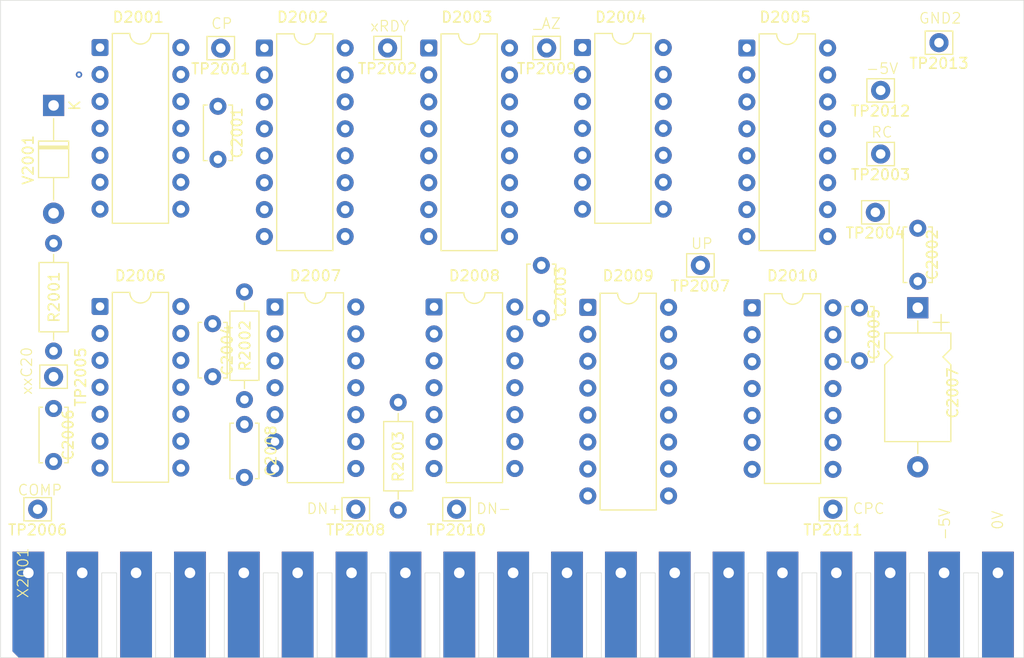
<source format=kicad_pcb>
(kicad_pcb (version 20241229) (generator "pcbnew") (generator_version "9.0")
  (title_block (title "Philips PM2528 - N20 (ADC Control)") (date "2025-08-07") (rev "1.0") (company "D. Kupers"))
  (layers (0 "F.Cu" signal) (2 "B.Cu" signal) (5 "F.SilkS" user "F.Silkscreen") (7 "B.SilkS" user "B.Silkscreen") (1 "F.Mask" user) (3 "B.Mask" user) (25 "Edge.Cuts" user))
  (net 0 "")
  (net 1 "/COMP")
  (net 2 "/POL")
  (net 3 "/C20000")
  (net 4 "/CP")
  (net 5 "/AZ")
  (net 6 "/SAZ")
  (net 7 "/HSM")
  (net 8 "-5V")
  (net 9 "/SRUP")
  (net 10 "/RC")
  (net 12 "/XC20")
  (net 13 "/DN-")
  (net 14 "/DN+")
  (net 16 "/UP")
  (net 18 "GND2")
  (net 19 "/CPC")
  (net 21 "/xERD")
  (net 22 "Net-(D2001B-R)")
  (net 23 "Net-(D2001B-D)")
  (net 24 "Net-(D2001A-~{Q})")
  (net 25 "/xEC20")
  (net 27 "Net-(D2002B-Q4)")
  (net 30 "/xxC20")
  (net 31 "/xAZ")
  (net 33 "/xECP")
  (net 34 "Net-(D2002B-Q1)")
  (net 36 "/x~{RD}")
  (net 37 "/xSTD")
  (net 38 "Net-(D2003A-C)")
  (net 39 "Net-(D2003A-J)")
  (net 40 "/x~{CP}")
  (net 41 "/xRDY")
  (net 43 "Net-(D2003B-J)")
  (net 44 "/xSCP")
  (net 45 "Net-(D2005B-J)")
  (net 46 "Net-(D2005B-R)")
  (net 47 "Net-(D2004-Pad3)")
  (net 53 "Net-(D2007-Pad3)")
  (net 55 "/~{UP}")
  (net 57 "/xENC20")
  (net 59 "Net-(D2009A-J)")
  (net 60 "Net-(D2009A-K)")
  (net 61 "Net-(D2009B-J)")
  (net 62 "Net-(D2009A-~{Q})")
  (footprint "Connector_Pin:Pin_D0.9mm_L10.0mm_W2.4mm_FlatFork" (layer "F.Cu") (at 138.45 75.72)
    (property "Reference" "TP2002" (at 0 1.95 0) (layer "F.SilkS"))
    (property "Value" "TestPoint")
    (pad "1" thru_hole circle (at 0 0) (size 1.8 1.8) (drill 0.9) (layers "*.Cu" "*.Mask") (net 41 "/xRDY"))
  )
  (footprint "Connector_Pin:Pin_D0.9mm_L10.0mm_W2.4mm_FlatFork" (layer "F.Cu") (at 184.95 79.72)
    (property "Reference" "TP2012" (at 0 1.95 0) (layer "F.SilkS"))
    (property "Value" "TestPoint")
    (pad "1" thru_hole circle (at 0 0) (size 1.8 1.8) (drill 0.9) (layers "*.Cu" "*.Mask") (net 8 "-5V"))
  )
  (footprint "Connector_Pin:Pin_D0.9mm_L10.0mm_W2.4mm_FlatFork" (layer "F.Cu") (at 180.45 119.22)
    (property "Reference" "TP2011" (at 0 1.95 0) (layer "F.SilkS"))
    (property "Value" "TestPoint")
    (pad "1" thru_hole circle (at 0 0) (size 1.8 1.8) (drill 0.9) (layers "*.Cu" "*.Mask") (net 19 "/CPC"))
  )
  (footprint "Package_DIP:DIP-14_W7.62mm" (layer "F.Cu") (at 156.83 75.68)
    (property "Reference" "D2004" (at 3.604 -2.866 0) (layer "F.SilkS"))
    (property "Value" "HEF4071")
    (pad "1" thru_hole roundrect (at 0 0) (size 1.6 1.6) (drill 0.8) (layers "*.Cu" "*.Mask") (roundrect_rratio 0.15625) (net 27 "Net-(D2002B-Q4)"))
    (pad "2" thru_hole circle (at 0 2.54) (size 1.6 1.6) (drill 0.8) (layers "*.Cu" "*.Mask") (net 7 "/HSM"))
    (pad "3" thru_hole circle (at 0 5.08) (size 1.6 1.6) (drill 0.8) (layers "*.Cu" "*.Mask") (net 47 "Net-(D2004-Pad3)"))
    (pad "4" thru_hole circle (at 0 7.62) (size 1.6 1.6) (drill 0.8) (layers "*.Cu" "*.Mask") (net 45 "Net-(D2005B-J)"))
    (pad "5" thru_hole circle (at 0 10.16) (size 1.6 1.6) (drill 0.8) (layers "*.Cu" "*.Mask") (net 37 "/xSTD"))
    (pad "6" thru_hole circle (at 0 12.7) (size 1.6 1.6) (drill 0.8) (layers "*.Cu" "*.Mask") (net 9 "/SRUP"))
    (pad "7" thru_hole circle (at 0 15.24) (size 1.6 1.6) (drill 0.8) (layers "*.Cu" "*.Mask") (net 8 "-5V"))
    (pad "8" thru_hole circle (at 7.62 15.24) (size 1.6 1.6) (drill 0.8) (layers "*.Cu" "*.Mask") (net 33 "/xECP"))
    (pad "9" thru_hole circle (at 7.62 12.7) (size 1.6 1.6) (drill 0.8) (layers "*.Cu" "*.Mask") (net 44 "/xSCP"))
    (pad "10" thru_hole circle (at 7.62 10.16) (size 1.6 1.6) (drill 0.8) (layers "*.Cu" "*.Mask") (net 46 "Net-(D2005B-R)"))
    (pad "11" thru_hole circle (at 7.62 7.62) (size 1.6 1.6) (drill 0.8) (layers "*.Cu" "*.Mask") (net 44 "/xSCP"))
    (pad "12" thru_hole circle (at 7.62 5.08) (size 1.6 1.6) (drill 0.8) (layers "*.Cu" "*.Mask") (net 6 "/SAZ"))
    (pad "13" thru_hole circle (at 7.62 2.54) (size 1.6 1.6) (drill 0.8) (layers "*.Cu" "*.Mask") (net 41 "/xRDY"))
    (pad "14" thru_hole circle (at 7.62 0) (size 1.6 1.6) (drill 0.8) (layers "*.Cu" "*.Mask") (net 18 "GND2"))
  )
  (footprint "Connector_Pin:Pin_D0.9mm_L10.0mm_W2.4mm_FlatFork" (layer "F.Cu") (at 190.45 75.22)
    (property "Reference" "TP2013" (at 0 1.95 0) (layer "F.SilkS"))
    (property "Value" "TestPoint")
    (pad "1" thru_hole circle (at 0 0) (size 1.8 1.8) (drill 0.9) (layers "*.Cu" "*.Mask") (net 18 "GND2"))
  )
  (footprint "Connector_Pin:Pin_D0.9mm_L10.0mm_W2.4mm_FlatFork" (layer "F.Cu") (at 153.45 75.72)
    (property "Reference" "TP2009" (at 0 1.95 0) (layer "F.SilkS"))
    (property "Value" "TestPoint")
    (pad "1" thru_hole circle (at 0 0) (size 1.8 1.8) (drill 0.9) (layers "*.Cu" "*.Mask") (net 31 "/xAZ"))
  )
  (footprint "Package_DIP:DIP-14_W7.62mm" (layer "F.Cu") (at 111.33 75.68)
    (property "Reference" "D2001" (at 3.604 -2.866 0) (layer "F.SilkS"))
    (property "Value" "HEF4013")
    (pad "1" thru_hole roundrect (at 0 0) (size 1.6 1.6) (drill 0.8) (layers "*.Cu" "*.Mask") (roundrect_rratio 0.15625) (net 2 "/POL"))
    (pad "2" thru_hole circle (at 0 2.54) (size 1.6 1.6) (drill 0.8) (layers "*.Cu" "*.Mask") (net 24 "Net-(D2001A-~{Q})"))
    (pad "3" thru_hole circle (at 0 5.08) (size 1.6 1.6) (drill 0.8) (layers "*.Cu" "*.Mask") (net 25 "/xEC20"))
    (pad "4" thru_hole circle (at 0 7.62) (size 1.6 1.6) (drill 0.8) (layers "*.Cu" "*.Mask") (net 8 "-5V"))
    (pad "5" thru_hole circle (at 0 10.16) (size 1.6 1.6) (drill 0.8) (layers "*.Cu" "*.Mask") (net 1 "/COMP"))
    (pad "6" thru_hole circle (at 0 12.7) (size 1.6 1.6) (drill 0.8) (layers "*.Cu" "*.Mask") (net 8 "-5V"))
    (pad "7" thru_hole circle (at 0 15.24) (size 1.6 1.6) (drill 0.8) (layers "*.Cu" "*.Mask") (net 8 "-5V"))
    (pad "8" thru_hole circle (at 7.62 15.24) (size 1.6 1.6) (drill 0.8) (layers "*.Cu" "*.Mask") (net 8 "-5V"))
    (pad "9" thru_hole circle (at 7.62 12.7) (size 1.6 1.6) (drill 0.8) (layers "*.Cu" "*.Mask") (net 23 "Net-(D2001B-D)"))
    (pad "10" thru_hole circle (at 7.62 10.16) (size 1.6 1.6) (drill 0.8) (layers "*.Cu" "*.Mask") (net 22 "Net-(D2001B-R)"))
    (pad "11" thru_hole circle (at 7.62 7.62) (size 1.6 1.6) (drill 0.8) (layers "*.Cu" "*.Mask") (net 3 "/C20000"))
    (pad "12" thru_hole circle (at 7.62 5.08) (size 1.6 1.6) (drill 0.8) (layers "*.Cu" "*.Mask"))
    (pad "13" thru_hole circle (at 7.62 2.54) (size 1.6 1.6) (drill 0.8) (layers "*.Cu" "*.Mask") (net 30 "/xxC20"))
    (pad "14" thru_hole circle (at 7.62 0) (size 1.6 1.6) (drill 0.8) (layers "*.Cu" "*.Mask") (net 18 "GND2"))
  )
  (footprint "Connector_Pin:Pin_D0.9mm_L10.0mm_W2.4mm_FlatFork" (layer "F.Cu") (at 144.95 119.22)
    (property "Reference" "TP2010" (at 0 1.95 0) (layer "F.SilkS"))
    (property "Value" "TestPoint")
    (pad "1" thru_hole circle (at 0 0) (size 1.8 1.8) (drill 0.9) (layers "*.Cu" "*.Mask") (net 13 "/DN-"))
  )
  (footprint "Connector_Pin:Pin_D0.9mm_L10.0mm_W2.4mm_FlatFork" (layer "F.Cu") (at 135.45 119.22)
    (property "Reference" "TP2008" (at 0 1.95 0) (layer "F.SilkS"))
    (property "Value" "TestPoint")
    (pad "1" thru_hole circle (at 0 0) (size 1.8 1.8) (drill 0.9) (layers "*.Cu" "*.Mask") (net 14 "/DN+"))
  )
  (footprint "Connector_Pin:Pin_D0.9mm_L10.0mm_W2.4mm_FlatFork" (layer "F.Cu") (at 184.45 91.22)
    (property "Reference" "TP2004" (at 0 1.95 0) (layer "F.SilkS"))
    (property "Value" "TestPoint")
    (pad "1" thru_hole circle (at 0 0) (size 1.8 1.8) (drill 0.9) (layers "*.Cu" "*.Mask") (net 45 "Net-(D2005B-J)"))
  )
  (footprint "Connector_Pin:Pin_D0.9mm_L10.0mm_W2.4mm_FlatFork" (layer "F.Cu") (at 122.715 75.735)
    (property "Reference" "TP2001" (at 0 1.95 0) (layer "F.SilkS"))
    (property "Value" "TestPoint")
    (pad "1" thru_hole circle (at 0 0) (size 1.8 1.8) (drill 0.9) (layers "*.Cu" "*.Mask") (net 4 "/CP"))
  )
  (footprint "Capacitor_THT:C_Disc_D5.0mm_W2.5mm_P5.00mm" (layer "F.Cu") (at 182.95 100.22 -90)
    (property "Reference" "C2005" (at 2.5 -1.37 270) (layer "F.SilkS"))
    (property "Value" "22n")
    (pad "1" thru_hole circle (at 0 0 270) (size 1.6 1.6) (drill 0.8) (layers "*.Cu" "*.Mask") (net 18 "GND2"))
    (pad "2" thru_hole circle (at 5 0 270) (size 1.6 1.6) (drill 0.8) (layers "*.Cu" "*.Mask") (net 8 "-5V"))
  )
  (footprint "Capacitor_THT:C_Disc_D5.0mm_W2.5mm_P5.00mm" (layer "F.Cu") (at 121.95 101.72 -90)
    (property "Reference" "C2004" (at 2.5 -1.37 270) (layer "F.SilkS"))
    (property "Value" "22n")
    (pad "1" thru_hole circle (at 0 0 270) (size 1.6 1.6) (drill 0.8) (layers "*.Cu" "*.Mask") (net 18 "GND2"))
    (pad "2" thru_hole circle (at 5 0 270) (size 1.6 1.6) (drill 0.8) (layers "*.Cu" "*.Mask") (net 8 "-5V"))
  )
  (footprint "Package_DIP:DIP-14_W7.62mm" (layer "F.Cu") (at 172.83 100.22)
    (property "Reference" "D2010" (at 3.81 -3.022 0) (layer "F.SilkS"))
    (property "Value" "HEF4081")
    (pad "1" thru_hole roundrect (at 0 0) (size 1.6 1.6) (drill 0.8) (layers "*.Cu" "*.Mask") (roundrect_rratio 0.15625) (net 9 "/SRUP"))
    (pad "2" thru_hole circle (at 0 2.54) (size 1.6 1.6) (drill 0.8) (layers "*.Cu" "*.Mask") (net 62 "Net-(D2009A-~{Q})"))
    (pad "3" thru_hole circle (at 0 5.08) (size 1.6 1.6) (drill 0.8) (layers "*.Cu" "*.Mask") (net 61 "Net-(D2009B-J)"))
    (pad "4" thru_hole circle (at 0 7.62) (size 1.6 1.6) (drill 0.8) (layers "*.Cu" "*.Mask") (net 59 "Net-(D2009A-J)"))
    (pad "5" thru_hole circle (at 0 10.16) (size 1.6 1.6) (drill 0.8) (layers "*.Cu" "*.Mask") (net 41 "/xRDY"))
    (pad "6" thru_hole circle (at 0 12.7) (size 1.6 1.6) (drill 0.8) (layers "*.Cu" "*.Mask") (net 36 "/x~{RD}"))
    (pad "7" thru_hole circle (at 0 15.24) (size 1.6 1.6) (drill 0.8) (layers "*.Cu" "*.Mask") (net 8 "-5V"))
    (pad "8" thru_hole circle (at 7.62 15.24) (size 1.6 1.6) (drill 0.8) (layers "*.Cu" "*.Mask") (net 4 "/CP"))
    (pad "9" thru_hole circle (at 7.62 12.7) (size 1.6 1.6) (drill 0.8) (layers "*.Cu" "*.Mask") (net 33 "/xECP"))
    (pad "10" thru_hole circle (at 7.62 10.16) (size 1.6 1.6) (drill 0.8) (layers "*.Cu" "*.Mask") (net 19 "/CPC"))
    (pad "11" thru_hole circle (at 7.62 7.62) (size 1.6 1.6) (drill 0.8) (layers "*.Cu" "*.Mask") (net 60 "Net-(D2009A-K)"))
    (pad "12" thru_hole circle (at 7.62 5.08) (size 1.6 1.6) (drill 0.8) (layers "*.Cu" "*.Mask") (net 9 "/SRUP"))
    (pad "13" thru_hole circle (at 7.62 2.54) (size 1.6 1.6) (drill 0.8) (layers "*.Cu" "*.Mask") (net 10 "/RC"))
    (pad "14" thru_hole circle (at 7.62 0) (size 1.6 1.6) (drill 0.8) (layers "*.Cu" "*.Mask") (net 18 "GND2"))
  )
  (footprint "Package_DIP:DIP-16_W7.62mm" (layer "F.Cu") (at 126.83 75.72)
    (property "Reference" "D2002" (at 3.604 -2.906 0) (layer "F.SilkS"))
    (property "Value" "HEF4518")
    (pad "1" thru_hole roundrect (at 0 0) (size 1.6 1.6) (drill 0.8) (layers "*.Cu" "*.Mask") (roundrect_rratio 0.15625) (net 33 "/xECP"))
    (pad "2" thru_hole circle (at 0 2.54) (size 1.6 1.6) (drill 0.8) (layers "*.Cu" "*.Mask") (net 4 "/CP"))
    (pad "3" thru_hole circle (at 0 5.08) (size 1.6 1.6) (drill 0.8) (layers "*.Cu" "*.Mask"))
    (pad "4" thru_hole circle (at 0 7.62) (size 1.6 1.6) (drill 0.8) (layers "*.Cu" "*.Mask"))
    (pad "5" thru_hole circle (at 0 10.16) (size 1.6 1.6) (drill 0.8) (layers "*.Cu" "*.Mask"))
    (pad "6" thru_hole circle (at 0 12.7) (size 1.6 1.6) (drill 0.8) (layers "*.Cu" "*.Mask") (net 37 "/xSTD"))
    (pad "7" thru_hole circle (at 0 15.24) (size 1.6 1.6) (drill 0.8) (layers "*.Cu" "*.Mask") (net 36 "/x~{RD}"))
    (pad "8" thru_hole circle (at 0 17.78) (size 1.6 1.6) (drill 0.8) (layers "*.Cu" "*.Mask") (net 8 "-5V"))
    (pad "9" thru_hole circle (at 7.62 17.78) (size 1.6 1.6) (drill 0.8) (layers "*.Cu" "*.Mask") (net 21 "/xERD"))
    (pad "10" thru_hole circle (at 7.62 15.24) (size 1.6 1.6) (drill 0.8) (layers "*.Cu" "*.Mask") (net 30 "/xxC20"))
    (pad "11" thru_hole circle (at 7.62 12.7) (size 1.6 1.6) (drill 0.8) (layers "*.Cu" "*.Mask") (net 34 "Net-(D2002B-Q1)"))
    (pad "12" thru_hole circle (at 7.62 10.16) (size 1.6 1.6) (drill 0.8) (layers "*.Cu" "*.Mask"))
    (pad "13" thru_hole circle (at 7.62 7.62) (size 1.6 1.6) (drill 0.8) (layers "*.Cu" "*.Mask"))
    (pad "14" thru_hole circle (at 7.62 5.08) (size 1.6 1.6) (drill 0.8) (layers "*.Cu" "*.Mask") (net 27 "Net-(D2002B-Q4)"))
    (pad "15" thru_hole circle (at 7.62 2.54) (size 1.6 1.6) (drill 0.8) (layers "*.Cu" "*.Mask") (net 31 "/xAZ"))
    (pad "16" thru_hole circle (at 7.62 0) (size 1.6 1.6) (drill 0.8) (layers "*.Cu" "*.Mask") (net 18 "GND2"))
  )
  (footprint "Capacitor_THT:C_Disc_D5.0mm_W2.5mm_P5.00mm" (layer "F.Cu") (at 106.95 109.72 -90)
    (property "Reference" "C2006" (at 2.5 -1.37 270) (layer "F.SilkS"))
    (property "Value" "100p")
    (pad "1" thru_hole circle (at 0 0 270) (size 1.6 1.6) (drill 0.8) (layers "*.Cu" "*.Mask") (net 22 "Net-(D2001B-R)"))
    (pad "2" thru_hole circle (at 5 0 270) (size 1.6 1.6) (drill 0.8) (layers "*.Cu" "*.Mask") (net 8 "-5V"))
  )
  (footprint "Package_DIP:DIP-16_W7.62mm" (layer "F.Cu") (at 157.33 100.18)
    (property "Reference" "D2009" (at 3.81 -2.982 0) (layer "F.SilkS"))
    (property "Value" "HEF4027")
    (pad "1" thru_hole roundrect (at 0 0) (size 1.6 1.6) (drill 0.8) (layers "*.Cu" "*.Mask") (roundrect_rratio 0.15625) (net 31 "/xAZ"))
    (pad "2" thru_hole circle (at 0 2.54) (size 1.6 1.6) (drill 0.8) (layers "*.Cu" "*.Mask") (net 62 "Net-(D2009A-~{Q})"))
    (pad "3" thru_hole circle (at 0 5.08) (size 1.6 1.6) (drill 0.8) (layers "*.Cu" "*.Mask") (net 40 "/x~{CP}"))
    (pad "4" thru_hole circle (at 0 7.62) (size 1.6 1.6) (drill 0.8) (layers "*.Cu" "*.Mask") (net 8 "-5V"))
    (pad "5" thru_hole circle (at 0 10.16) (size 1.6 1.6) (drill 0.8) (layers "*.Cu" "*.Mask") (net 60 "Net-(D2009A-K)"))
    (pad "6" thru_hole circle (at 0 12.7) (size 1.6 1.6) (drill 0.8) (layers "*.Cu" "*.Mask") (net 59 "Net-(D2009A-J)"))
    (pad "7" thru_hole circle (at 0 15.24) (size 1.6 1.6) (drill 0.8) (layers "*.Cu" "*.Mask") (net 6 "/SAZ"))
    (pad "8" thru_hole circle (at 0 17.78) (size 1.6 1.6) (drill 0.8) (layers "*.Cu" "*.Mask") (net 8 "-5V"))
    (pad "9" thru_hole circle (at 7.62 17.78) (size 1.6 1.6) (drill 0.8) (layers "*.Cu" "*.Mask") (net 8 "-5V"))
    (pad "10" thru_hole circle (at 7.62 15.24) (size 1.6 1.6) (drill 0.8) (layers "*.Cu" "*.Mask") (net 61 "Net-(D2009B-J)"))
    (pad "11" thru_hole circle (at 7.62 12.7) (size 1.6 1.6) (drill 0.8) (layers "*.Cu" "*.Mask") (net 25 "/xEC20"))
    (pad "12" thru_hole circle (at 7.62 10.16) (size 1.6 1.6) (drill 0.8) (layers "*.Cu" "*.Mask") (net 31 "/xAZ"))
    (pad "13" thru_hole circle (at 7.62 7.62) (size 1.6 1.6) (drill 0.8) (layers "*.Cu" "*.Mask") (net 4 "/CP"))
    (pad "14" thru_hole circle (at 7.62 5.08) (size 1.6 1.6) (drill 0.8) (layers "*.Cu" "*.Mask") (net 55 "/~{UP}"))
    (pad "15" thru_hole circle (at 7.62 2.54) (size 1.6 1.6) (drill 0.8) (layers "*.Cu" "*.Mask") (net 16 "/UP"))
    (pad "16" thru_hole circle (at 7.62 0) (size 1.6 1.6) (drill 0.8) (layers "*.Cu" "*.Mask") (net 18 "GND2"))
  )
  (footprint "Capacitor_THT:CP_Axial_L10.0mm_D6.0mm_P15.00mm_Horizontal" (layer "F.Cu") (at 188.45 100.22 -90)
    (property "Reference" "C2007" (at 8.03 -3.3 90) (layer "F.SilkS"))
    (property "Value" "47u")
    (pad "1" thru_hole rect (at 0 0 270) (size 2 2) (drill 1) (layers "*.Cu" "*.Mask") (net 18 "GND2"))
    (pad "2" thru_hole oval (at 15 0 270) (size 2 2) (drill 1) (layers "*.Cu" "*.Mask") (net 8 "-5V"))
  )
  (footprint "Package_DIP:DIP-14_W7.62mm" (layer "F.Cu") (at 142.83 100.14)
    (property "Reference" "D2008" (at 3.81 -2.942 0) (layer "F.SilkS"))
    (property "Value" "HEF4081")
    (pad "1" thru_hole roundrect (at 0 0) (size 1.6 1.6) (drill 0.8) (layers "*.Cu" "*.Mask") (roundrect_rratio 0.15625) (net 47 "Net-(D2004-Pad3)"))
    (pad "2" thru_hole circle (at 0 2.54) (size 1.6 1.6) (drill 0.8) (layers "*.Cu" "*.Mask") (net 34 "Net-(D2002B-Q1)"))
    (pad "3" thru_hole circle (at 0 5.08) (size 1.6 1.6) (drill 0.8) (layers "*.Cu" "*.Mask") (net 57 "/xENC20"))
    (pad "4" thru_hole circle (at 0 7.62) (size 1.6 1.6) (drill 0.8) (layers "*.Cu" "*.Mask") (net 14 "/DN+"))
    (pad "5" thru_hole circle (at 0 10.16) (size 1.6 1.6) (drill 0.8) (layers "*.Cu" "*.Mask") (net 2 "/POL"))
    (pad "6" thru_hole circle (at 0 12.7) (size 1.6 1.6) (drill 0.8) (layers "*.Cu" "*.Mask") (net 39 "Net-(D2003A-J)"))
    (pad "7" thru_hole circle (at 0 15.24) (size 1.6 1.6) (drill 0.8) (layers "*.Cu" "*.Mask") (net 8 "-5V"))
    (pad "8" thru_hole circle (at 7.62 15.24) (size 1.6 1.6) (drill 0.8) (layers "*.Cu" "*.Mask") (net 39 "Net-(D2003A-J)"))
    (pad "9" thru_hole circle (at 7.62 12.7) (size 1.6 1.6) (drill 0.8) (layers "*.Cu" "*.Mask") (net 24 "Net-(D2001A-~{Q})"))
    (pad "10" thru_hole circle (at 7.62 10.16) (size 1.6 1.6) (drill 0.8) (layers "*.Cu" "*.Mask") (net 13 "/DN-"))
    (pad "11" thru_hole circle (at 7.62 7.62) (size 1.6 1.6) (drill 0.8) (layers "*.Cu" "*.Mask") (net 43 "Net-(D2003B-J)"))
    (pad "12" thru_hole circle (at 7.62 5.08) (size 1.6 1.6) (drill 0.8) (layers "*.Cu" "*.Mask") (net 55 "/~{UP}"))
    (pad "13" thru_hole circle (at 7.62 2.54) (size 1.6 1.6) (drill 0.8) (layers "*.Cu" "*.Mask") (net 57 "/xENC20"))
    (pad "14" thru_hole circle (at 7.62 0) (size 1.6 1.6) (drill 0.8) (layers "*.Cu" "*.Mask") (net 18 "GND2"))
  )
  (footprint "Package_DIP:DIP-14_W7.62mm" (layer "F.Cu") (at 111.33 100.1)
    (property "Reference" "D2006" (at 3.81 -2.902 0) (layer "F.SilkS"))
    (property "Value" "HEF4070")
    (pad "1" thru_hole roundrect (at 0 0) (size 1.6 1.6) (drill 0.8) (layers "*.Cu" "*.Mask") (roundrect_rratio 0.15625))
    (pad "2" thru_hole circle (at 0 2.54) (size 1.6 1.6) (drill 0.8) (layers "*.Cu" "*.Mask"))
    (pad "3" thru_hole circle (at 0 5.08) (size 1.6 1.6) (drill 0.8) (layers "*.Cu" "*.Mask"))
    (pad "4" thru_hole circle (at 0 7.62) (size 1.6 1.6) (drill 0.8) (layers "*.Cu" "*.Mask") (net 38 "Net-(D2003A-C)"))
    (pad "5" thru_hole circle (at 0 10.16) (size 1.6 1.6) (drill 0.8) (layers "*.Cu" "*.Mask") (net 2 "/POL"))
    (pad "6" thru_hole circle (at 0 12.7) (size 1.6 1.6) (drill 0.8) (layers "*.Cu" "*.Mask") (net 1 "/COMP"))
    (pad "7" thru_hole circle (at 0 15.24) (size 1.6 1.6) (drill 0.8) (layers "*.Cu" "*.Mask") (net 8 "-5V"))
    (pad "8" thru_hole circle (at 7.62 15.24) (size 1.6 1.6) (drill 0.8) (layers "*.Cu" "*.Mask") (net 18 "GND2"))
    (pad "9" thru_hole circle (at 7.62 12.7) (size 1.6 1.6) (drill 0.8) (layers "*.Cu" "*.Mask") (net 4 "/CP"))
    (pad "10" thru_hole circle (at 7.62 10.16) (size 1.6 1.6) (drill 0.8) (layers "*.Cu" "*.Mask") (net 40 "/x~{CP}"))
    (pad "11" thru_hole circle (at 7.62 7.62) (size 1.6 1.6) (drill 0.8) (layers "*.Cu" "*.Mask") (net 23 "Net-(D2001B-D)"))
    (pad "12" thru_hole circle (at 7.62 5.08) (size 1.6 1.6) (drill 0.8) (layers "*.Cu" "*.Mask") (net 9 "/SRUP"))
    (pad "13" thru_hole circle (at 7.62 2.54) (size 1.6 1.6) (drill 0.8) (layers "*.Cu" "*.Mask") (net 18 "GND2"))
    (pad "14" thru_hole circle (at 7.62 0) (size 1.6 1.6) (drill 0.8) (layers "*.Cu" "*.Mask") (net 18 "GND2"))
  )
  (footprint "Resistor_THT:R_Axial_DIN0207_L6.3mm_D2.5mm_P10.16mm_Horizontal" (layer "F.Cu") (at 106.95 104.3 90)
    (property "Reference" "R2001" (at 5.08 0.05 90) (layer "F.SilkS"))
    (property "Value" "15k4")
    (pad "1" thru_hole circle (at 0 0 90) (size 1.6 1.6) (drill 0.8) (layers "*.Cu" "*.Mask") (net 30 "/xxC20"))
    (pad "2" thru_hole oval (at 10.16 0 90) (size 1.6 1.6) (drill 0.8) (layers "*.Cu" "*.Mask") (net 22 "Net-(D2001B-R)"))
  )
  (footprint "Diode_THT:D_T-1_P10.16mm_Horizontal" (layer "F.Cu") (at 106.95 81.14 -90)
    (property "Reference" "V2001" (at 5.136 2.396 90) (layer "F.SilkS"))
    (property "Value" "BAW62")
    (fp_text user "K" (at 0 -2 90) (layer "F.SilkS"))
    (pad "1" thru_hole rect (at 0 0 270) (size 2 2) (drill 1) (layers "*.Cu" "*.Mask") (net 30 "/xxC20"))
    (pad "2" thru_hole oval (at 10.16 0 270) (size 2 2) (drill 1) (layers "*.Cu" "*.Mask") (net 22 "Net-(D2001B-R)"))
  )
  (footprint "Package_DIP:DIP-14_W7.62mm" (layer "F.Cu") (at 127.83 100.14)
    (property "Reference" "D2007" (at 3.81 -2.942 0) (layer "F.SilkS"))
    (property "Value" "HEF4081")
    (pad "1" thru_hole roundrect (at 0 0) (size 1.6 1.6) (drill 0.8) (layers "*.Cu" "*.Mask") (roundrect_rratio 0.15625) (net 55 "/~{UP}"))
    (pad "2" thru_hole circle (at 0 2.54) (size 1.6 1.6) (drill 0.8) (layers "*.Cu" "*.Mask") (net 33 "/xECP"))
    (pad "3" thru_hole circle (at 0 5.08) (size 1.6 1.6) (drill 0.8) (layers "*.Cu" "*.Mask") (net 53 "Net-(D2007-Pad3)"))
    (pad "4" thru_hole circle (at 0 7.62) (size 1.6 1.6) (drill 0.8) (layers "*.Cu" "*.Mask") (net 12 "/XC20"))
    (pad "5" thru_hole circle (at 0 10.16) (size 1.6 1.6) (drill 0.8) (layers "*.Cu" "*.Mask") (net 21 "/xERD"))
    (pad "6" thru_hole circle (at 0 12.7) (size 1.6 1.6) (drill 0.8) (layers "*.Cu" "*.Mask") (net 30 "/xxC20"))
    (pad "7" thru_hole circle (at 0 15.24) (size 1.6 1.6) (drill 0.8) (layers "*.Cu" "*.Mask") (net 8 "-5V"))
    (pad "8" thru_hole circle (at 7.62 15.24) (size 1.6 1.6) (drill 0.8) (layers "*.Cu" "*.Mask") (net 30 "/xxC20"))
    (pad "9" thru_hole circle (at 7.62 12.7) (size 1.6 1.6) (drill 0.8) (layers "*.Cu" "*.Mask") (net 57 "/xENC20"))
    (pad "10" thru_hole circle (at 7.62 10.16) (size 1.6 1.6) (drill 0.8) (layers "*.Cu" "*.Mask") (net 25 "/xEC20"))
    (pad "11" thru_hole circle (at 7.62 7.62) (size 1.6 1.6) (drill 0.8) (layers "*.Cu" "*.Mask"))
    (pad "12" thru_hole circle (at 7.62 5.08) (size 1.6 1.6) (drill 0.8) (layers "*.Cu" "*.Mask"))
    (pad "13" thru_hole circle (at 7.62 2.54) (size 1.6 1.6) (drill 0.8) (layers "*.Cu" "*.Mask"))
    (pad "14" thru_hole circle (at 7.62 0) (size 1.6 1.6) (drill 0.8) (layers "*.Cu" "*.Mask") (net 18 "GND2"))
  )
  (footprint "Connector_Pin:Pin_D0.9mm_L10.0mm_W2.4mm_FlatFork" (layer "F.Cu") (at 184.95 85.72)
    (property "Reference" "TP2003" (at 0 1.95 0) (layer "F.SilkS"))
    (property "Value" "TestPoint")
    (pad "1" thru_hole circle (at 0 0) (size 1.8 1.8) (drill 0.9) (layers "*.Cu" "*.Mask") (net 10 "/RC"))
  )
  (footprint "Capacitor_THT:C_Disc_D5.0mm_W2.5mm_P5.00mm" (layer "F.Cu") (at 122.45 81.22 -90)
    (property "Reference" "C2001" (at 2.5 -1.8 270) (layer "F.SilkS"))
    (property "Value" "22n")
    (pad "1" thru_hole circle (at 0 0 270) (size 1.6 1.6) (drill 0.8) (layers "*.Cu" "*.Mask") (net 18 "GND2"))
    (pad "2" thru_hole circle (at 5 0 270) (size 1.6 1.6) (drill 0.8) (layers "*.Cu" "*.Mask") (net 8 "-5V"))
  )
  (footprint "Package_DIP:DIP-16_W7.62mm" (layer "F.Cu") (at 142.33 75.72)
    (property "Reference" "D2003" (at 3.604 -2.906 0) (layer "F.SilkS"))
    (property "Value" "HEF4027")
    (pad "1" thru_hole roundrect (at 0 0) (size 1.6 1.6) (drill 0.8) (layers "*.Cu" "*.Mask") (roundrect_rratio 0.15625) (net 41 "/xRDY"))
    (pad "2" thru_hole circle (at 0 2.54) (size 1.6 1.6) (drill 0.8) (layers "*.Cu" "*.Mask"))
    (pad "3" thru_hole circle (at 0 5.08) (size 1.6 1.6) (drill 0.8) (layers "*.Cu" "*.Mask") (net 38 "Net-(D2003A-C)"))
    (pad "4" thru_hole circle (at 0 7.62) (size 1.6 1.6) (drill 0.8) (layers "*.Cu" "*.Mask") (net 6 "/SAZ"))
    (pad "5" thru_hole circle (at 0 10.16) (size 1.6 1.6) (drill 0.8) (layers "*.Cu" "*.Mask") (net 8 "-5V"))
    (pad "6" thru_hole circle (at 0 12.7) (size 1.6 1.6) (drill 0.8) (layers "*.Cu" "*.Mask") (net 39 "Net-(D2003A-J)"))
    (pad "7" thru_hole circle (at 0 15.24) (size 1.6 1.6) (drill 0.8) (layers "*.Cu" "*.Mask") (net 8 "-5V"))
    (pad "8" thru_hole circle (at 0 17.78) (size 1.6 1.6) (drill 0.8) (layers "*.Cu" "*.Mask") (net 8 "-5V"))
    (pad "9" thru_hole circle (at 7.62 17.78) (size 1.6 1.6) (drill 0.8) (layers "*.Cu" "*.Mask") (net 8 "-5V"))
    (pad "10" thru_hole circle (at 7.62 15.24) (size 1.6 1.6) (drill 0.8) (layers "*.Cu" "*.Mask") (net 43 "Net-(D2003B-J)"))
    (pad "11" thru_hole circle (at 7.62 12.7) (size 1.6 1.6) (drill 0.8) (layers "*.Cu" "*.Mask") (net 41 "/xRDY"))
    (pad "12" thru_hole circle (at 7.62 10.16) (size 1.6 1.6) (drill 0.8) (layers "*.Cu" "*.Mask") (net 31 "/xAZ"))
    (pad "13" thru_hole circle (at 7.62 7.62) (size 1.6 1.6) (drill 0.8) (layers "*.Cu" "*.Mask") (net 40 "/x~{CP}"))
    (pad "14" thru_hole circle (at 7.62 5.08) (size 1.6 1.6) (drill 0.8) (layers "*.Cu" "*.Mask") (net 36 "/x~{RD}"))
    (pad "15" thru_hole circle (at 7.62 2.54) (size 1.6 1.6) (drill 0.8) (layers "*.Cu" "*.Mask") (net 39 "Net-(D2003A-J)"))
    (pad "16" thru_hole circle (at 7.62 0) (size 1.6 1.6) (drill 0.8) (layers "*.Cu" "*.Mask") (net 18 "GND2"))
  )
  (footprint "Resistor_THT:R_Axial_DIN0207_L6.3mm_D2.5mm_P10.16mm_Horizontal" (layer "F.Cu") (at 139.45 109.14 -90)
    (property "Reference" "R2003" (at 5.11 0 90) (layer "F.SilkS"))
    (property "Value" "1k0")
    (pad "1" thru_hole circle (at 0 0 270) (size 1.6 1.6) (drill 0.8) (layers "*.Cu" "*.Mask") (net 31 "/xAZ"))
    (pad "2" thru_hole oval (at 10.16 0 270) (size 1.6 1.6) (drill 0.8) (layers "*.Cu" "*.Mask") (net 5 "/AZ"))
  )
  (footprint "Package_DIP:DIP-16_W7.62mm" (layer "F.Cu") (at 172.33 75.72)
    (property "Reference" "D2005" (at 3.604 -2.906 0) (layer "F.SilkS"))
    (property "Value" "HEF4027")
    (pad "1" thru_hole roundrect (at 0 0) (size 1.6 1.6) (drill 0.8) (layers "*.Cu" "*.Mask") (roundrect_rratio 0.15625) (net 33 "/xECP"))
    (pad "2" thru_hole circle (at 0 2.54) (size 1.6 1.6) (drill 0.8) (layers "*.Cu" "*.Mask"))
    (pad "3" thru_hole circle (at 0 5.08) (size 1.6 1.6) (drill 0.8) (layers "*.Cu" "*.Mask") (net 40 "/x~{CP}"))
    (pad "4" thru_hole circle (at 0 7.62) (size 1.6 1.6) (drill 0.8) (layers "*.Cu" "*.Mask") (net 44 "/xSCP"))
    (pad "5" thru_hole circle (at 0 10.16) (size 1.6 1.6) (drill 0.8) (layers "*.Cu" "*.Mask") (net 25 "/xEC20"))
    (pad "6" thru_hole circle (at 0 12.7) (size 1.6 1.6) (drill 0.8) (layers "*.Cu" "*.Mask") (net 10 "/RC"))
    (pad "7" thru_hole circle (at 0 15.24) (size 1.6 1.6) (drill 0.8) (layers "*.Cu" "*.Mask") (net 8 "-5V"))
    (pad "8" thru_hole circle (at 0 17.78) (size 1.6 1.6) (drill 0.8) (layers "*.Cu" "*.Mask") (net 8 "-5V"))
    (pad "9" thru_hole circle (at 7.62 17.78) (size 1.6 1.6) (drill 0.8) (layers "*.Cu" "*.Mask") (net 8 "-5V"))
    (pad "10" thru_hole circle (at 7.62 15.24) (size 1.6 1.6) (drill 0.8) (layers "*.Cu" "*.Mask") (net 45 "Net-(D2005B-J)"))
    (pad "11" thru_hole circle (at 7.62 12.7) (size 1.6 1.6) (drill 0.8) (layers "*.Cu" "*.Mask") (net 8 "-5V"))
    (pad "12" thru_hole circle (at 7.62 10.16) (size 1.6 1.6) (drill 0.8) (layers "*.Cu" "*.Mask") (net 46 "Net-(D2005B-R)"))
    (pad "13" thru_hole circle (at 7.62 7.62) (size 1.6 1.6) (drill 0.8) (layers "*.Cu" "*.Mask") (net 4 "/CP"))
    (pad "14" thru_hole circle (at 7.62 5.08) (size 1.6 1.6) (drill 0.8) (layers "*.Cu" "*.Mask"))
    (pad "15" thru_hole circle (at 7.62 2.54) (size 1.6 1.6) (drill 0.8) (layers "*.Cu" "*.Mask") (net 10 "/RC"))
    (pad "16" thru_hole circle (at 7.62 0) (size 1.6 1.6) (drill 0.8) (layers "*.Cu" "*.Mask") (net 18 "GND2"))
  )
  (footprint "Capacitor_THT:C_Disc_D5.0mm_W2.5mm_P5.00mm" (layer "F.Cu") (at 124.95 111.22 -90)
    (property "Reference" "C2008" (at 2.5 -2.5 270) (layer "F.SilkS"))
    (property "Value" "2n2")
    (pad "1" thru_hole circle (at 0 0 270) (size 1.6 1.6) (drill 0.8) (layers "*.Cu" "*.Mask") (net 21 "/xERD"))
    (pad "2" thru_hole circle (at 5 0 270) (size 1.6 1.6) (drill 0.8) (layers "*.Cu" "*.Mask") (net 8 "-5V"))
  )
  (footprint "PM2528:PM2528_RiserCardConnector" (layer "F.Cu") (at 104.57 125.22 90)
    (property "Reference" "X2001" (at 0 -0.5 90) (layer "F.SilkS") (effects (font (thickness 0.1))))
    (property "Value" "~")
    (fp_rect (start -8 1.84) (end 0 3.24) (stroke (width 0.05)) (fill no) (layer "Edge.Cuts"))
    (fp_rect (start -8 6.92) (end 0 8.32) (stroke (width 0.05)) (fill no) (layer "Edge.Cuts"))
    (fp_rect (start -8 12) (end 0 13.4) (stroke (width 0.05)) (fill no) (layer "Edge.Cuts"))
    (fp_rect (start -8 17.08) (end 0 18.48) (stroke (width 0.05)) (fill no) (layer "Edge.Cuts"))
    (fp_rect (start -8 22.16) (end 0 23.56) (stroke (width 0.05)) (fill no) (layer "Edge.Cuts"))
    (fp_rect (start -8 27.24) (end 0 28.64) (stroke (width 0.05)) (fill no) (layer "Edge.Cuts"))
    (fp_rect (start -8 32.32) (end 0 33.72) (stroke (width 0.05)) (fill no) (layer "Edge.Cuts"))
    (fp_rect (start -8 37.4) (end 0 38.8) (stroke (width 0.05)) (fill no) (layer "Edge.Cuts"))
    (fp_rect (start -8 42.48) (end 0 43.88) (stroke (width 0.05)) (fill no) (layer "Edge.Cuts"))
    (fp_rect (start -8 47.56) (end 0 48.96) (stroke (width 0.05)) (fill no) (layer "Edge.Cuts"))
    (fp_rect (start -8 52.64) (end 0 54.04) (stroke (width 0.05)) (fill no) (layer "Edge.Cuts"))
    (fp_rect (start -8 57.72) (end 0 59.12) (stroke (width 0.05)) (fill no) (layer "Edge.Cuts"))
    (fp_rect (start -8 62.8) (end 0 64.2) (stroke (width 0.05)) (fill no) (layer "Edge.Cuts"))
    (fp_rect (start -8 67.88) (end 0 69.28) (stroke (width 0.05)) (fill no) (layer "Edge.Cuts"))
    (fp_rect (start -8 72.96) (end 0 74.36) (stroke (width 0.05)) (fill no) (layer "Edge.Cuts"))
    (fp_rect (start -8 78.04) (end 0 79.44) (stroke (width 0.05)) (fill no) (layer "Edge.Cuts"))
    (fp_rect (start -8 83.12) (end 0 84.52) (stroke (width 0.05)) (fill no) (layer "Edge.Cuts"))
    (fp_rect (start -8 88.2) (end 0 89.6) (stroke (width 0.05)) (fill no) (layer "Edge.Cuts"))
    (fp_text user "-5V" (at 3 87 90) (layer "F.SilkS") (effects (font (thickness 0.1)) (justify left bottom)))
    (fp_text user "0V" (at 4 92 90) (layer "F.SilkS") (effects (font (thickness 0.1)) (justify left bottom)))
    (pad "1" thru_hole rect (at 0 91.44 90) (size 10 3) (drill 1 (offset -3 0)) (layers "*.Cu" "*.Mask") (net 18 "GND2"))
    (pad "2" thru_hole rect (at 0 86.36 90) (size 10 3) (drill 1 (offset -3 0)) (layers "*.Cu" "*.Mask") (net 8 "-5V"))
    (pad "3" thru_hole rect (at 0 81.28 90) (size 10 3) (drill 1 (offset -3 0)) (layers "*.Cu" "*.Mask") (net 10 "/RC"))
    (pad "4" thru_hole rect (at 0 76.2 90) (size 10 3) (drill 1 (offset -3 0)) (layers "*.Cu" "*.Mask") (net 19 "/CPC"))
    (pad "5" thru_hole rect (at 0 71.12 90) (size 10 3) (drill 1 (offset -3 0)) (layers "*.Cu" "*.Mask") (net 3 "/C20000"))
    (pad "6" thru_hole rect (at 0 66.04 90) (size 10 3) (drill 1 (offset -3 0)) (layers "*.Cu" "*.Mask") (net 2 "/POL"))
    (pad "7" thru_hole rect (at 0 60.96 90) (size 10 3) (drill 1 (offset -3 0)) (layers "*.Cu" "*.Mask") (net 7 "/HSM"))
    (pad "8" thru_hole rect (at 0 55.88 90) (size 10 3) (drill 1 (offset -3 0)) (layers "*.Cu" "*.Mask") (net 9 "/SRUP"))
    (pad "9" thru_hole rect (at 0 50.8 90) (size 10 3) (drill 1 (offset -3 0)) (layers "*.Cu" "*.Mask") (net 6 "/SAZ"))
    (pad "10" thru_hole rect (at 0 45.72 90) (size 10 3) (drill 1 (offset -3 0)) (layers "*.Cu" "*.Mask"))
    (pad "11" thru_hole rect (at 0 40.64 90) (size 10 3) (drill 1 (offset -3 0)) (layers "*.Cu" "*.Mask") (net 13 "/DN-"))
    (pad "12" thru_hole rect (at 0 35.56 90) (size 10 3) (drill 1 (offset -3 0)) (layers "*.Cu" "*.Mask") (net 5 "/AZ"))
    (pad "13" thru_hole rect (at 0 30.48 90) (size 10 3) (drill 1 (offset -3 0)) (layers "*.Cu" "*.Mask") (net 14 "/DN+"))
    (pad "14" thru_hole rect (at 0 25.4 90) (size 10 3) (drill 1 (offset -3 0)) (layers "*.Cu" "*.Mask") (net 16 "/UP"))
    (pad "15" thru_hole rect (at 0 20.32 90) (size 10 3) (drill 1 (offset -3 0)) (layers "*.Cu" "*.Mask") (net 12 "/XC20"))
    (pad "16" thru_hole rect (at 0 15.24 90) (size 10 3) (drill 1 (offset -3 0)) (layers "*.Cu" "*.Mask") (net 4 "/CP"))
    (pad "17" thru_hole rect (at 0 10.16 90) (size 10 3) (drill 1 (offset -3 0)) (layers "*.Cu" "*.Mask"))
    (pad "18" thru_hole rect (at 0 5.08 90) (size 10 3) (drill 1 (offset -3 0)) (layers "*.Cu" "*.Mask"))
    (pad "19" thru_hole roundrect (at 0 0 90) (size 10 3) (drill 1 (offset -3 0)) (layers "*.Cu" "*.Mask") (roundrect_rratio 0) (chamfer_ratio 0.2) (chamfer top_left) (net 1 "/COMP"))
  )
  (footprint "Resistor_THT:R_Axial_DIN0207_L6.3mm_D2.5mm_P10.16mm_Horizontal" (layer "F.Cu") (at 124.95 108.88 90)
    (property "Reference" "R2002" (at 5.08 0.05 90) (layer "F.SilkS"))
    (property "Value" "46k4")
    (pad "1" thru_hole circle (at 0 0 90) (size 1.6 1.6) (drill 0.8) (layers "*.Cu" "*.Mask") (net 53 "Net-(D2007-Pad3)"))
    (pad "2" thru_hole oval (at 10.16 0 90) (size 1.6 1.6) (drill 0.8) (layers "*.Cu" "*.Mask") (net 21 "/xERD"))
  )
  (footprint "Connector_Pin:Pin_D0.9mm_L10.0mm_W2.4mm_FlatFork" (layer "F.Cu") (at 106.95 106.72)
    (property "Reference" "TP2005" (at 2.55 0.03 90) (layer "F.SilkS"))
    (property "Value" "TestPoint")
    (pad "1" thru_hole circle (at 0 0) (size 1.8 1.8) (drill 0.9) (layers "*.Cu" "*.Mask") (net 30 "/xxC20"))
  )
  (footprint "Capacitor_THT:C_Disc_D5.0mm_W2.5mm_P5.00mm" (layer "F.Cu") (at 152.95 101.22 90)
    (property "Reference" "C2003" (at 2.5 1.8 90) (layer "F.SilkS"))
    (property "Value" "22n")
    (pad "1" thru_hole circle (at 0 0 90) (size 1.6 1.6) (drill 0.8) (layers "*.Cu" "*.Mask") (net 18 "GND2"))
    (pad "2" thru_hole circle (at 5 0 90) (size 1.6 1.6) (drill 0.8) (layers "*.Cu" "*.Mask") (net 8 "-5V"))
  )
  (footprint "Capacitor_THT:C_Disc_D5.0mm_W2.5mm_P5.00mm" (layer "F.Cu") (at 188.45 92.72 -90)
    (property "Reference" "C2002" (at 2.5 -1.37 270) (layer "F.SilkS"))
    (property "Value" "22n")
    (pad "1" thru_hole circle (at 0 0 270) (size 1.6 1.6) (drill 0.8) (layers "*.Cu" "*.Mask") (net 18 "GND2"))
    (pad "2" thru_hole circle (at 5 0 270) (size 1.6 1.6) (drill 0.8) (layers "*.Cu" "*.Mask") (net 8 "-5V"))
  )
  (footprint "Connector_Pin:Pin_D0.9mm_L10.0mm_W2.4mm_FlatFork" (layer "F.Cu") (at 105.45 119.22)
    (property "Reference" "TP2006" (at 0 1.95 0) (layer "F.SilkS"))
    (property "Value" "TestPoint")
    (pad "1" thru_hole circle (at 0 0) (size 1.8 1.8) (drill 0.9) (layers "*.Cu" "*.Mask") (net 1 "/COMP"))
  )
  (footprint "Connector_Pin:Pin_D0.9mm_L10.0mm_W2.4mm_FlatFork" (layer "F.Cu") (at 167.95 96.22)
    (property "Reference" "TP2007" (at 0 1.95 0) (layer "F.SilkS"))
    (property "Value" "TestPoint")
    (pad "1" thru_hole circle (at 0 0) (size 1.8 1.8) (drill 0.9) (layers "*.Cu" "*.Mask") (net 16 "/UP"))
  )
  (gr_rect (start 101.95 71.22) (end 198.45 133.22) (stroke (width 0.05)) (fill no) (layer "Edge.Cuts"))
  (gr_text "CP" (at 121.75 74 0) (layer "F.SilkS") (effects (font (size 1 1) (thickness 0.1)) (justify left bottom)))
  (gr_text "xRDY" (at 136.75 74.25 0) (layer "F.SilkS") (effects (font (size 1 1) (thickness 0.1)) (justify left bottom)))
  (gr_text "_AZ" (at 152.15 74 0) (layer "F.SilkS") (effects (font (size 1 1) (thickness 0.1)) (justify left bottom)))
  (gr_text "RC" (at 184 84.25 0) (layer "F.SilkS") (effects (font (size 1 1) (thickness 0.1)) (justify left bottom)))
  (gr_text "xxC20" (at 105 108.5 90) (layer "F.SilkS") (effects (font (size 1 1) (thickness 0.1)) (justify left bottom)))
  (gr_text "CPC" (at 182.25 119.75 0) (layer "F.SilkS") (effects (font (size 1 1) (thickness 0.1)) (justify left bottom)))
  (gr_text "GND2" (at 188.5 73.5 0) (layer "F.SilkS") (effects (font (size 1 1) (thickness 0.1)) (justify left bottom)))
  (gr_text "-5V" (at 183.5 78.25 0) (layer "F.SilkS") (effects (font (size 1 1) (thickness 0.1)) (justify left bottom)))
  (gr_text "UP" (at 167 94.75 0) (layer "F.SilkS") (effects (font (size 1 1) (thickness 0.1)) (justify left bottom)))
  (gr_text "COMP" (at 103.5 118 0) (layer "F.SilkS") (effects (font (size 1 1) (thickness 0.1)) (justify left bottom)))
  (gr_text "DN-" (at 146.75 119.75 0) (layer "F.SilkS") (effects (font (size 1 1) (thickness 0.1)) (justify left bottom)))
  (gr_text "DN+" (at 130.75 119.75 0) (layer "F.SilkS") (effects (font (size 1 1) (thickness 0.1)) (justify left bottom)))
  (via (at 109.347 78.232) (size 0.6) (drill 0.3) (layers "F.Cu" "B.Cu") (net 0))
)
</source>
